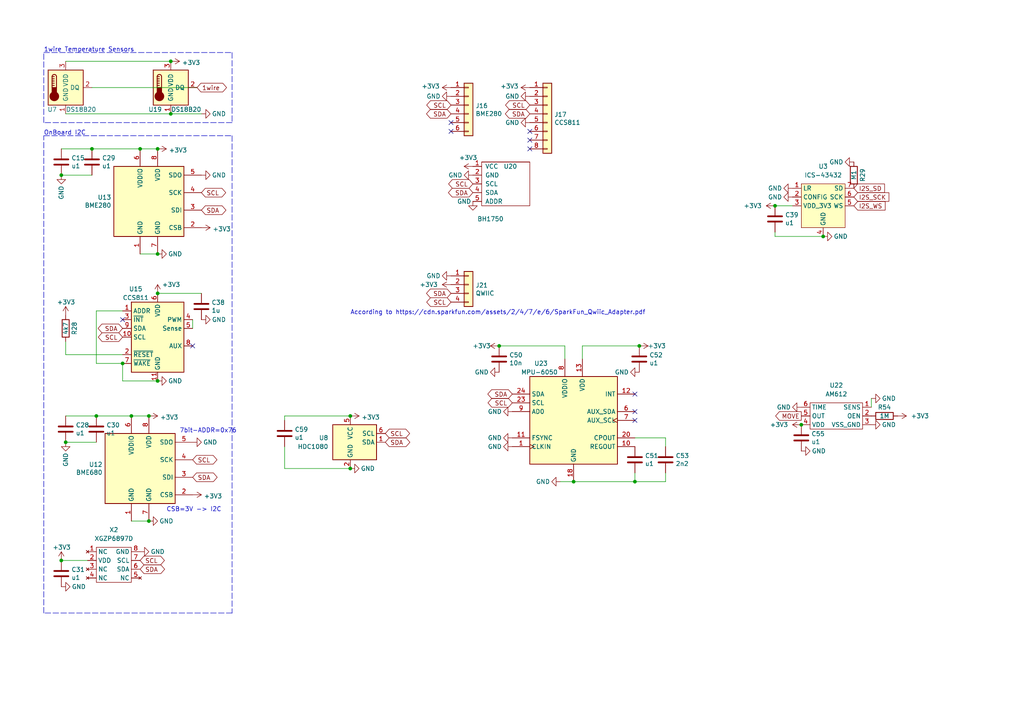
<source format=kicad_sch>
(kicad_sch (version 20211123) (generator eeschema)
  (paper "A4")
  (lib_symbols
    (symbol "Connector_Generic:Conn_01x04" (pin_names (offset 1.016) hide)
      (property "Reference" "J" (at 0 5.08 0))
      (property "Value" "Conn_01x04" (at 0 -7.62 0))
      (symbol "Conn_01x04_1_1"
        (rectangle (start -1.27 -4.953) (end 0 -5.207) (stroke (width 0.1524)))
        (rectangle (start -1.27 -2.413) (end 0 -2.667) (stroke (width 0.1524)))
        (rectangle (start -1.27 0.127) (end 0 -0.127) (stroke (width 0.1524)))
        (rectangle (start -1.27 2.667) (end 0 2.413) (stroke (width 0.1524)))
        (rectangle (start -1.27 3.81) (end 1.27 -6.35) (stroke (width 0.254)) (fill (type background)))
        (pin passive line (at -5.08 2.54 0) (length 3.81) (name "Pin_1") (number "1"))
        (pin passive line (at -5.08 0 0) (length 3.81) (name "Pin_2") (number "2"))
        (pin passive line (at -5.08 -2.54 0) (length 3.81) (name "Pin_3") (number "3"))
        (pin passive line (at -5.08 -5.08 0) (length 3.81) (name "Pin_4") (number "4"))
      )
    )
    (symbol "Connector_Generic:Conn_01x06" (pin_names (offset 1.016) hide)
      (property "Reference" "J" (at 0 7.62 0))
      (property "Value" "Conn_01x06" (at 0 -10.16 0))
      (symbol "Conn_01x06_1_1"
        (rectangle (start -1.27 -7.493) (end 0 -7.747) (stroke (width 0.1524)))
        (rectangle (start -1.27 -4.953) (end 0 -5.207) (stroke (width 0.1524)))
        (rectangle (start -1.27 -2.413) (end 0 -2.667) (stroke (width 0.1524)))
        (rectangle (start -1.27 0.127) (end 0 -0.127) (stroke (width 0.1524)))
        (rectangle (start -1.27 2.667) (end 0 2.413) (stroke (width 0.1524)))
        (rectangle (start -1.27 5.207) (end 0 4.953) (stroke (width 0.1524)))
        (rectangle (start -1.27 6.35) (end 1.27 -8.89) (stroke (width 0.254)) (fill (type background)))
        (pin passive line (at -5.08 5.08 0) (length 3.81) (name "Pin_1") (number "1"))
        (pin passive line (at -5.08 2.54 0) (length 3.81) (name "Pin_2") (number "2"))
        (pin passive line (at -5.08 0 0) (length 3.81) (name "Pin_3") (number "3"))
        (pin passive line (at -5.08 -2.54 0) (length 3.81) (name "Pin_4") (number "4"))
        (pin passive line (at -5.08 -5.08 0) (length 3.81) (name "Pin_5") (number "5"))
        (pin passive line (at -5.08 -7.62 0) (length 3.81) (name "Pin_6") (number "6"))
      )
    )
    (symbol "Connector_Generic:Conn_01x08" (pin_names (offset 1.016) hide)
      (property "Reference" "J" (at 0 10.16 0))
      (property "Value" "Conn_01x08" (at 0 -12.7 0))
      (symbol "Conn_01x08_1_1"
        (rectangle (start -1.27 -10.033) (end 0 -10.287) (stroke (width 0.1524)))
        (rectangle (start -1.27 -7.493) (end 0 -7.747) (stroke (width 0.1524)))
        (rectangle (start -1.27 -4.953) (end 0 -5.207) (stroke (width 0.1524)))
        (rectangle (start -1.27 -2.413) (end 0 -2.667) (stroke (width 0.1524)))
        (rectangle (start -1.27 0.127) (end 0 -0.127) (stroke (width 0.1524)))
        (rectangle (start -1.27 2.667) (end 0 2.413) (stroke (width 0.1524)))
        (rectangle (start -1.27 5.207) (end 0 4.953) (stroke (width 0.1524)))
        (rectangle (start -1.27 7.747) (end 0 7.493) (stroke (width 0.1524)))
        (rectangle (start -1.27 8.89) (end 1.27 -11.43) (stroke (width 0.254)) (fill (type background)))
        (pin passive line (at -5.08 7.62 0) (length 3.81) (name "Pin_1") (number "1"))
        (pin passive line (at -5.08 5.08 0) (length 3.81) (name "Pin_2") (number "2"))
        (pin passive line (at -5.08 2.54 0) (length 3.81) (name "Pin_3") (number "3"))
        (pin passive line (at -5.08 0 0) (length 3.81) (name "Pin_4") (number "4"))
        (pin passive line (at -5.08 -2.54 0) (length 3.81) (name "Pin_5") (number "5"))
        (pin passive line (at -5.08 -5.08 0) (length 3.81) (name "Pin_6") (number "6"))
        (pin passive line (at -5.08 -7.62 0) (length 3.81) (name "Pin_7") (number "7"))
        (pin passive line (at -5.08 -10.16 0) (length 3.81) (name "Pin_8") (number "8"))
      )
    )
    (symbol "Device:C" (pin_numbers hide) (pin_names (offset 0.254))
      (property "Reference" "C" (at 0.635 2.54 0))
      (property "Value" "C" (at 0.635 -2.54 0))
      (symbol "C_0_1"
        (polyline (pts (xy -2.032 -0.762) (xy 2.032 -0.762)) (stroke (width 0.508)))
        (polyline (pts (xy -2.032 0.762) (xy 2.032 0.762)) (stroke (width 0.508)))
      )
      (symbol "C_1_1"
        (pin passive line (at 0 3.81 270) (length 2.794) (name "~") (number "1"))
        (pin passive line (at 0 -3.81 90) (length 2.794) (name "~") (number "2"))
      )
    )
    (symbol "Device:R" (pin_numbers hide) (pin_names (offset 0))
      (property "Reference" "R" (at 2.032 0 90))
      (property "Value" "R" (at 0 0 90))
      (symbol "R_0_1"
        (rectangle (start -1.016 -2.54) (end 1.016 2.54) (stroke (width 0.254)))
      )
      (symbol "R_1_1"
        (pin passive line (at 0 3.81 270) (length 1.27) (name "~") (number "1"))
        (pin passive line (at 0 -3.81 90) (length 1.27) (name "~") (number "2"))
      )
    )
    (symbol "Sensor:BME280"
      (property "Reference" "U" (at -8.89 11.43 0))
      (property "Value" "BME280" (at 7.62 11.43 0))
      (symbol "BME280_0_1"
        (rectangle (start -10.16 10.16) (end 10.16 -10.16) (stroke (width 0.254)) (fill (type background)))
      )
      (symbol "BME280_1_1"
        (pin power_in line (at -2.54 -15.24 90) (length 5.08) (name "GND") (number "1"))
        (pin input line (at 15.24 -7.62 180) (length 5.08) (name "CSB") (number "2"))
        (pin bidirectional line (at 15.24 -2.54 180) (length 5.08) (name "SDI") (number "3"))
        (pin input line (at 15.24 2.54 180) (length 5.08) (name "SCK") (number "4"))
        (pin bidirectional line (at 15.24 7.62 180) (length 5.08) (name "SDO") (number "5"))
        (pin power_in line (at -2.54 15.24 270) (length 5.08) (name "VDDIO") (number "6"))
        (pin power_in line (at 2.54 -15.24 90) (length 5.08) (name "GND") (number "7"))
        (pin power_in line (at 2.54 15.24 270) (length 5.08) (name "VDD") (number "8"))
      )
    )
    (symbol "Sensor:BME680"
      (property "Reference" "U" (at -8.89 11.43 0))
      (property "Value" "BME680" (at 7.62 11.43 0))
      (symbol "BME680_0_1"
        (rectangle (start -10.16 10.16) (end 10.16 -10.16) (stroke (width 0.254)) (fill (type background)))
      )
      (symbol "BME680_1_1"
        (pin power_in line (at -2.54 -15.24 90) (length 5.08) (name "GND") (number "1"))
        (pin input line (at 15.24 -7.62 180) (length 5.08) (name "CSB") (number "2"))
        (pin bidirectional line (at 15.24 -2.54 180) (length 5.08) (name "SDI") (number "3"))
        (pin input line (at 15.24 2.54 180) (length 5.08) (name "SCK") (number "4"))
        (pin bidirectional line (at 15.24 7.62 180) (length 5.08) (name "SDO") (number "5"))
        (pin power_in line (at -2.54 15.24 270) (length 5.08) (name "VDDIO") (number "6"))
        (pin power_in line (at 2.54 -15.24 90) (length 5.08) (name "GND") (number "7"))
        (pin power_in line (at 2.54 15.24 270) (length 5.08) (name "VDD") (number "8"))
      )
    )
    (symbol "Sensor_Gas:CCS811"
      (property "Reference" "U" (at -8.89 13.97 0))
      (property "Value" "CCS811" (at -6.35 11.43 0))
      (symbol "CCS811_0_1"
        (rectangle (start -7.62 10.16) (end 7.62 -10.16) (stroke (width 0.254)) (fill (type background)))
      )
      (symbol "CCS811_1_1"
        (pin input line (at -10.16 7.62 0) (length 2.54) (name "ADDR") (number "1"))
        (pin input line (at -10.16 0 0) (length 2.54) (name "SCL") (number "10"))
        (pin power_in line (at 0 -12.7 90) (length 2.54) (name "GND") (number "11"))
        (pin input line (at -10.16 -5.08 0) (length 2.54) (name "~{RESET}") (number "2"))
        (pin output line (at -10.16 5.08 0) (length 2.54) (name "~{INT}") (number "3"))
        (pin output line (at 10.16 5.08 180) (length 2.54) (name "PWM") (number "4"))
        (pin bidirectional line (at 10.16 2.54 180) (length 2.54) (name "Sense") (number "5"))
        (pin power_in line (at 0 12.7 270) (length 2.54) (name "VDD") (number "6"))
        (pin input line (at -10.16 -7.62 0) (length 2.54) (name "~{WAKE}") (number "7"))
        (pin input line (at 10.16 -2.54 180) (length 2.54) (name "AUX") (number "8"))
        (pin bidirectional line (at -10.16 2.54 0) (length 2.54) (name "SDA") (number "9"))
      )
    )
    (symbol "Sensor_Humidity:HDC1080"
      (property "Reference" "U" (at -6.35 6.35 0))
      (property "Value" "HDC1080" (at 3.81 6.35 0))
      (symbol "HDC1080_0_1"
        (rectangle (start -7.62 5.08) (end 5.08 -5.08) (stroke (width 0.254)) (fill (type background)))
      )
      (symbol "HDC1080_1_1"
        (pin bidirectional line (at 7.62 0 180) (length 2.54) (name "SDA") (number "1"))
        (pin power_in line (at -2.54 -7.62 90) (length 2.54) (name "GND") (number "2"))
        (pin no_connect line (at -7.62 0 0) (length 2.54) hide (name "NC") (number "3"))
        (pin no_connect line (at -7.62 -2.54 0) (length 2.54) hide (name "NC") (number "4"))
        (pin power_in line (at -2.54 7.62 270) (length 2.54) (name "VCC") (number "5"))
        (pin input line (at 7.62 2.54 180) (length 2.54) (name "SCL") (number "6"))
        (pin no_connect line (at -7.62 2.54 0) (length 2.54) hide (name "DAP") (number "7"))
      )
    )
    (symbol "Sensor_Motion:MPU-6050"
      (property "Reference" "U" (at -11.43 13.97 0))
      (property "Value" "MPU-6050" (at 7.62 -13.97 0))
      (symbol "MPU-6050_0_1"
        (rectangle (start -12.7 12.7) (end 12.7 -12.7) (stroke (width 0.254)) (fill (type background)))
      )
      (symbol "MPU-6050_1_1"
        (pin input clock (at -17.78 -7.62 0) (length 5.08) (name "CLKIN") (number "1"))
        (pin passive line (at 17.78 -7.62 180) (length 5.08) (name "REGOUT") (number "10"))
        (pin input line (at -17.78 -5.08 0) (length 5.08) (name "FSYNC") (number "11"))
        (pin output line (at 17.78 7.62 180) (length 5.08) (name "INT") (number "12"))
        (pin power_in line (at 2.54 17.78 270) (length 5.08) (name "VDD") (number "13"))
        (pin power_in line (at 0 -17.78 90) (length 5.08) (name "GND") (number "18"))
        (pin passive line (at 17.78 -5.08 180) (length 5.08) (name "CPOUT") (number "20"))
        (pin input line (at -17.78 5.08 0) (length 5.08) (name "SCL") (number "23"))
        (pin bidirectional line (at -17.78 7.62 0) (length 5.08) (name "SDA") (number "24"))
        (pin bidirectional line (at 17.78 2.54 180) (length 5.08) (name "AUX_SDA") (number "6"))
        (pin output clock (at 17.78 0 180) (length 5.08) (name "AUX_SCL") (number "7"))
        (pin power_in line (at -2.54 17.78 270) (length 5.08) (name "VDDIO") (number "8"))
        (pin input line (at -17.78 2.54 0) (length 5.08) (name "AD0") (number "9"))
      )
    )
    (symbol "Sensor_Temperature:DS18B20" (pin_names (offset 1.016))
      (property "Reference" "U" (at -3.81 6.35 0))
      (property "Value" "DS18B20" (at 6.35 6.35 0))
      (symbol "DS18B20_0_1"
        (rectangle (start -5.08 5.08) (end 5.08 -5.08) (stroke (width 0.254)) (fill (type background)))
        (circle (center -3.302 -2.54) (radius 1.27) (stroke (width 0.254)) (fill (type outline)))
        (rectangle (start -2.667 -1.905) (end -3.937 0) (stroke (width 0.254)) (fill (type outline)))
        (arc (start -2.667 3.175) (mid -3.302 3.81) (end -3.937 3.175) (stroke (width 0.254)))
        (polyline (pts (xy -3.937 0.635) (xy -3.302 0.635)) (stroke (width 0.254)))
        (polyline (pts (xy -3.937 1.27) (xy -3.302 1.27)) (stroke (width 0.254)))
        (polyline (pts (xy -3.937 1.905) (xy -3.302 1.905)) (stroke (width 0.254)))
        (polyline (pts (xy -3.937 2.54) (xy -3.302 2.54)) (stroke (width 0.254)))
        (polyline (pts (xy -3.937 3.175) (xy -3.937 0)) (stroke (width 0.254)))
        (polyline (pts (xy -3.937 3.175) (xy -3.302 3.175)) (stroke (width 0.254)))
        (polyline (pts (xy -2.667 3.175) (xy -2.667 0)) (stroke (width 0.254)))
      )
      (symbol "DS18B20_1_1"
        (pin power_in line (at 0 -7.62 90) (length 2.54) (name "GND") (number "1"))
        (pin bidirectional line (at 7.62 0 180) (length 2.54) (name "DQ") (number "2"))
        (pin power_in line (at 0 7.62 270) (length 2.54) (name "VDD") (number "3"))
      )
    )
    (symbol "liebler_MODULES:XGZP6897D"
      (property "Reference" "X" (at 0 10.16 0))
      (property "Value" "XGZP6897D" (at 0 7.62 0))
      (symbol "XGZP6897D_0_1"
        (rectangle (start -5.08 5.08) (end 5.08 -5.08))
      )
      (symbol "XGZP6897D_1_1"
        (pin no_connect line (at -7.62 3.81 0) (length 2.54) (name "NC") (number "1"))
        (pin power_in line (at -7.62 1.27 0) (length 2.54) (name "VDD") (number "2"))
        (pin no_connect line (at -7.62 -1.27 0) (length 2.54) (name "NC") (number "3"))
        (pin no_connect line (at -7.62 -3.81 0) (length 2.54) (name "NC") (number "4"))
        (pin no_connect line (at 7.62 -3.81 180) (length 2.54) (name "NC") (number "5"))
        (pin bidirectional line (at 7.62 -1.27 180) (length 2.54) (name "SDA") (number "6"))
        (pin bidirectional line (at 7.62 1.27 180) (length 2.54) (name "SCL") (number "7"))
        (pin power_in line (at 7.62 3.81 180) (length 2.54) (name "GND") (number "8"))
      )
    )
    (symbol "liebler_SEMICONDUCTORS:AM612"
      (property "Reference" "U" (at 0 7.62 0))
      (property "Value" "AM612" (at 0 5.08 0))
      (symbol "AM612_0_1"
        (rectangle (start -7.62 3.81) (end 7.62 -3.81))
      )
      (symbol "AM612_1_1"
        (pin input line (at 10.16 2.54 180) (length 2.54) (name "SENS") (number "1"))
        (pin input line (at 10.16 0 180) (length 2.54) (name "OEN") (number "2"))
        (pin power_in line (at 10.16 -2.54 180) (length 2.54) (name "VSS_GND") (number "3"))
        (pin power_in line (at -10.16 -2.54 0) (length 2.54) (name "VDD") (number "4"))
        (pin output line (at -10.16 0 0) (length 2.54) (name "OUT") (number "5"))
        (pin input line (at -10.16 2.54 0) (length 2.54) (name "TIME") (number "6"))
      )
    )
    (symbol "liebler_SEMICONDUCTORS:ICS-43432"
      (property "Reference" "U" (at 0 6.35 0))
      (property "Value" "ICS-43432" (at 0 3.81 0))
      (symbol "ICS-43432_0_1"
        (rectangle (start -6.35 2.54) (end 6.35 -10.16) (fill (type background)))
      )
      (symbol "ICS-43432_1_1"
        (pin input line (at -8.89 1.27 0) (length 2.54) (name "LR") (number "1"))
        (pin input line (at -8.89 -1.27 0) (length 2.54) (name "CONFIG") (number "2"))
        (pin power_in line (at -8.89 -3.81 0) (length 2.54) (name "VDD_3V3") (number "3"))
        (pin power_in line (at 0 -12.7 90) (length 2.54) (name "GND") (number "4"))
        (pin input line (at 8.89 -3.81 180) (length 2.54) (name "WS") (number "5"))
        (pin input line (at 8.89 -1.27 180) (length 2.54) (name "SCK") (number "6"))
        (pin output line (at 8.89 1.27 180) (length 2.54) (name "SD") (number "7"))
      )
    )
    (symbol "power:+3V3" (power) (pin_names (offset 0))
      (property "Value" "+3V3" (at 0 3.556 0))
      (symbol "+3V3_0_1"
        (polyline (pts (xy -0.762 1.27) (xy 0 2.54)))
        (polyline (pts (xy 0 0) (xy 0 2.54)))
        (polyline (pts (xy 0 2.54) (xy 0.762 1.27)))
      )
      (symbol "+3V3_1_1"
        (pin power_in line (at 0 0 90) (length 0) hide (name "+3V3") (number "1"))
      )
    )
    (symbol "power:GND" (power) (pin_names (offset 0))
      (property "Value" "GND" (at 0 -3.81 0))
      (symbol "GND_0_1"
        (polyline (pts (xy 0 0) (xy 0 -1.27) (xy 1.27 -1.27) (xy 0 -2.54) (xy -1.27 -1.27) (xy 0 -1.27)))
      )
      (symbol "GND_1_1"
        (pin power_in line (at 0 0 270) (length 0) hide (name "GND") (number "1"))
      )
    )
    (symbol "smopla:GY-302" (pin_names (offset 1.016))
      (property "Reference" "U" (at 0 -1.27 0))
      (property "Value" "smopla_GY-302" (at 0 1.27 0))
      (symbol "GY-302_0_1"
        (rectangle (start -6.35 6.35) (end 7.62 6.35))
        (rectangle (start 7.62 6.35) (end -6.35 -6.35))
      )
      (symbol "GY-302_1_1"
        (pin power_in line (at -8.89 5.08 0) (length 2.54) (name "VCC") (number "1"))
        (pin power_in line (at -8.89 2.54 0) (length 2.54) (name "GND") (number "2"))
        (pin bidirectional line (at -8.89 0 0) (length 2.54) (name "SCL") (number "3"))
        (pin bidirectional line (at -8.89 -2.54 0) (length 2.54) (name "SDA") (number "4"))
        (pin input line (at -8.89 -5.08 0) (length 2.54) (name "ADDR") (number "5"))
      )
    )
  )
  (junction (at 144.78 100.33))
  (junction (at 40.64 43.18))
  (junction (at 49.53 33.02))
  (junction (at 238.76 68.58))
  (junction (at 17.78 50.8))
  (junction (at 101.6 135.89))
  (junction (at 45.72 110.49))
  (junction (at 19.05 128.27))
  (junction (at 166.37 139.7))
  (junction (at 27.94 120.65))
  (junction (at 101.6 120.65))
  (junction (at 232.41 123.19))
  (junction (at 35.56 105.41))
  (junction (at 185.42 100.33))
  (junction (at 45.72 85.09))
  (junction (at 184.15 139.7))
  (junction (at 45.72 73.66))
  (junction (at 26.67 43.18))
  (junction (at 224.79 59.69))
  (junction (at 45.72 43.18))
  (junction (at 43.18 151.13))
  (junction (at 49.53 17.78))
  (junction (at 43.18 120.65))
  (junction (at 38.1 120.65))
  (junction (at 17.78 162.56))
  (no_connect (at 153.67 43.18))
  (no_connect (at 35.56 92.71))
  (no_connect (at 130.81 35.56))
  (no_connect (at 153.67 38.1))
  (no_connect (at 153.67 40.64))
  (no_connect (at 184.15 121.92))
  (no_connect (at 184.15 119.38))
  (no_connect (at 184.15 114.3))
  (no_connect (at 55.88 100.33))
  (no_connect (at 130.81 38.1))
  (wire (pts (xy 184.15 139.7) (xy 184.15 137.16)))
  (wire (pts (xy 35.56 105.41) (xy 27.94 105.41)))
  (wire (pts (xy 162.56 139.7) (xy 166.37 139.7)))
  (wire (pts (xy 35.56 110.49) (xy 45.72 110.49)))
  (wire (pts (xy 82.55 121.92) (xy 82.55 120.65)))
  (polyline (pts (xy 12.7 177.8) (xy 12.7 39.37)))
  (wire (pts (xy 58.42 33.02) (xy 49.53 33.02)))
  (polyline (pts (xy 12.7 35.56) (xy 12.7 15.24)))
  (wire (pts (xy 82.55 120.65) (xy 101.6 120.65)))
  (wire (pts (xy 19.05 33.02) (xy 49.53 33.02)))
  (wire (pts (xy 17.78 50.8) (xy 26.67 50.8)))
  (wire (pts (xy 19.05 102.87) (xy 19.05 99.06)))
  (polyline (pts (xy 67.31 15.24) (xy 67.31 35.56)))
  (wire (pts (xy 35.56 105.41) (xy 35.56 110.49)))
  (wire (pts (xy 82.55 135.89) (xy 101.6 135.89)))
  (wire (pts (xy 55.88 95.25) (xy 55.88 92.71)))
  (wire (pts (xy 58.42 85.09) (xy 45.72 85.09)))
  (wire (pts (xy 168.91 100.33) (xy 185.42 100.33)))
  (wire (pts (xy 27.94 90.17) (xy 35.56 90.17)))
  (polyline (pts (xy 67.31 177.8) (xy 12.7 177.8)))
  (polyline (pts (xy 12.7 39.37) (xy 67.31 39.37)))
  (wire (pts (xy 43.18 120.65) (xy 38.1 120.65)))
  (wire (pts (xy 163.83 104.14) (xy 163.83 100.33)))
  (wire (pts (xy 184.15 139.7) (xy 193.04 139.7)))
  (wire (pts (xy 193.04 137.16) (xy 193.04 139.7)))
  (wire (pts (xy 82.55 129.54) (xy 82.55 135.89)))
  (wire (pts (xy 40.64 43.18) (xy 26.67 43.18)))
  (wire (pts (xy 17.78 162.56) (xy 25.4 162.56)))
  (wire (pts (xy 38.1 120.65) (xy 27.94 120.65)))
  (wire (pts (xy 166.37 139.7) (xy 184.15 139.7)))
  (wire (pts (xy 19.05 102.87) (xy 35.56 102.87)))
  (polyline (pts (xy 12.7 15.24) (xy 67.31 15.24)))
  (wire (pts (xy 193.04 127) (xy 193.04 129.54)))
  (wire (pts (xy 224.79 68.58) (xy 238.76 68.58)))
  (polyline (pts (xy 67.31 35.56) (xy 12.7 35.56)))
  (wire (pts (xy 38.1 151.13) (xy 43.18 151.13)))
  (wire (pts (xy 19.05 17.78) (xy 49.53 17.78)))
  (wire (pts (xy 224.79 59.69) (xy 229.87 59.69)))
  (wire (pts (xy 45.72 43.18) (xy 40.64 43.18)))
  (wire (pts (xy 27.94 120.65) (xy 19.05 120.65)))
  (polyline (pts (xy 67.31 39.37) (xy 67.31 177.8)))
  (wire (pts (xy 224.79 67.31) (xy 224.79 68.58)))
  (wire (pts (xy 26.67 25.4) (xy 57.15 25.4)))
  (wire (pts (xy 168.91 100.33) (xy 168.91 104.14)))
  (wire (pts (xy 184.15 127) (xy 193.04 127)))
  (wire (pts (xy 27.94 128.27) (xy 19.05 128.27)))
  (wire (pts (xy 27.94 105.41) (xy 27.94 90.17)))
  (wire (pts (xy 252.73 115.57) (xy 252.73 118.11)))
  (wire (pts (xy 26.67 43.18) (xy 17.78 43.18)))
  (wire (pts (xy 144.78 100.33) (xy 163.83 100.33)))
  (wire (pts (xy 40.64 73.66) (xy 45.72 73.66)))
  (text "CSB=3V -> I2C" (at 48.26 148.59 0) (effects (font (size 1.27 1.27)) (justify left bottom)))
  (text "According to https://cdn.sparkfun.com/assets/2/4/7/e/6/SparkFun_Qwiic_Adapter.pdf" (at 101.6 91.44 0) (effects (font (size 1.27 1.27)) (justify left bottom)))
  (text "7bit-ADDR=0x76" (at 52.07 125.73 0) (effects (font (size 1.27 1.27)) (justify left bottom)))
  (text "1wire Temperature Sensors" (at 12.7 15.24 0) (effects (font (size 1.27 1.27)) (justify left bottom)))
  (text "OnBoard I2C" (at 12.7 39.37 0) (effects (font (size 1.27 1.27)) (justify left bottom)))
  (global_label "I2S_SD" (shape input) (at 247.65 54.61 0) (property "Intersheet References" "${INTERSHEET_REFS}" (effects hide)))
  (global_label "SDA" (shape bidirectional) (at 111.76 128.27 0) (property "Intersheet References" "${INTERSHEET_REFS}" (effects hide)))
  (global_label "SDA" (shape bidirectional) (at 137.16 55.88 180) (property "Intersheet References" "${INTERSHEET_REFS}" (effects hide)))
  (global_label "MOVE" (shape output) (at 232.41 120.65 180) (property "Intersheet References" "${INTERSHEET_REFS}" (effects hide)))
  (global_label "SDA" (shape bidirectional) (at 35.56 95.25 180) (property "Intersheet References" "${INTERSHEET_REFS}" (effects hide)))
  (global_label "I2S_SCK" (shape input) (at 247.65 57.15 0) (property "Intersheet References" "${INTERSHEET_REFS}" (effects hide)))
  (global_label "SDA" (shape bidirectional) (at 58.42 60.96 0) (property "Intersheet References" "${INTERSHEET_REFS}" (effects hide)))
  (global_label "SCL" (shape bidirectional) (at 55.88 133.35 0) (property "Intersheet References" "${INTERSHEET_REFS}" (effects hide)))
  (global_label "SDA" (shape bidirectional) (at 148.59 114.3 180) (property "Intersheet References" "${INTERSHEET_REFS}" (effects hide)))
  (global_label "SCL" (shape bidirectional) (at 153.67 30.48 180) (property "Intersheet References" "${INTERSHEET_REFS}" (effects hide)))
  (global_label "SCL" (shape bidirectional) (at 58.42 55.88 0) (property "Intersheet References" "${INTERSHEET_REFS}" (effects hide)))
  (global_label "SDA" (shape bidirectional) (at 130.81 33.02 180) (property "Intersheet References" "${INTERSHEET_REFS}" (effects hide)))
  (global_label "1wire" (shape bidirectional) (at 57.15 25.4 0) (property "Intersheet References" "${INTERSHEET_REFS}" (effects hide)))
  (global_label "SDA" (shape bidirectional) (at 153.67 33.02 180) (property "Intersheet References" "${INTERSHEET_REFS}" (effects hide)))
  (global_label "SCL" (shape bidirectional) (at 130.81 30.48 180) (property "Intersheet References" "${INTERSHEET_REFS}" (effects hide)))
  (global_label "SCL" (shape bidirectional) (at 40.64 162.56 0) (property "Intersheet References" "${INTERSHEET_REFS}" (effects hide)))
  (global_label "SCL" (shape bidirectional) (at 111.76 125.73 0) (property "Intersheet References" "${INTERSHEET_REFS}" (effects hide)))
  (global_label "SCL" (shape bidirectional) (at 130.81 87.63 180) (property "Intersheet References" "${INTERSHEET_REFS}" (effects hide)))
  (global_label "SCL" (shape bidirectional) (at 137.16 53.34 180) (property "Intersheet References" "${INTERSHEET_REFS}" (effects hide)))
  (global_label "SCL" (shape bidirectional) (at 35.56 97.79 180) (property "Intersheet References" "${INTERSHEET_REFS}" (effects hide)))
  (global_label "SDA" (shape bidirectional) (at 130.81 85.09 180) (property "Intersheet References" "${INTERSHEET_REFS}" (effects hide)))
  (global_label "SCL" (shape bidirectional) (at 148.59 116.84 180) (property "Intersheet References" "${INTERSHEET_REFS}" (effects hide)))
  (global_label "SDA" (shape bidirectional) (at 55.88 138.43 0) (property "Intersheet References" "${INTERSHEET_REFS}" (effects hide)))
  (global_label "SDA" (shape bidirectional) (at 40.64 165.1 0) (property "Intersheet References" "${INTERSHEET_REFS}" (effects hide)))
  (global_label "I2S_WS" (shape input) (at 247.65 59.69 0) (property "Intersheet References" "${INTERSHEET_REFS}" (effects hide)))
  (symbol (lib_id "Connector_Generic:Conn_01x04") (at 135.89 82.55 0) (unit 1)
    (property "Reference" "J21" (at 137.922 82.7532 0) (effects (justify left)))
    (property "Value" "QWIIC" (at 137.922 85.0646 0) (effects (justify left)))
    (property "Footprint" "Connector_JST:JST_SH_SM04B-SRSS-TB_1x04-1MP_P1.00mm_Horizontal" (effects hide))
  )
  (symbol (lib_id "power:+3V3") (at 130.81 82.55 90) (unit 1)
    (property "Reference" "#PWR054" (effects hide))
    (property "Value" "+3V3" (at 127 82.55 90) (effects (justify left)))
  )
  (symbol (lib_id "power:GND") (at 130.81 80.01 270) (unit 1)
    (property "Reference" "#PWR053" (effects hide))
    (property "Value" "GND" (at 125.73 80.01 90))
  )
  (symbol (lib_id "Sensor:BME680") (at 40.64 135.89 0) (unit 1)
    (property "Reference" "U12" (at 29.7434 134.7216 0) (effects (justify right)))
    (property "Value" "BME680" (at 29.7434 137.033 0) (effects (justify right)))
    (property "Footprint" "Package_LGA:Bosch_LGA-8_3x3mm_P0.8mm_ClockwisePinNumbering" (effects hide))
    (property "Datasheet" "https://ae-bst.resource.bosch.com/media/_tech/media/datasheets/BST-BME680-DS001.pdf" (effects hide))
    (property "Option" "BME680" (effects hide))
  )
  (symbol (lib_id "Sensor_Temperature:DS18B20") (at 19.05 25.4 0) (unit 1)
    (property "Reference" "U7" (at 16.51 31.75 0) (effects (justify right)))
    (property "Value" "DS18B20" (at 27.94 31.75 0) (effects (justify right)))
    (property "Footprint" "Package_TO_SOT_THT:TO-92_HandSolder" (effects hide))
    (property "Datasheet" "http://datasheets.maximintegrated.com/en/ds/DS18B20.pdf" (effects hide))
  )
  (symbol (lib_id "Sensor_Temperature:DS18B20") (at 49.53 25.4 0) (unit 1)
    (property "Reference" "U19" (at 46.99 31.75 0) (effects (justify right)))
    (property "Value" "DS18B20" (at 58.42 31.75 0) (effects (justify right)))
    (property "Footprint" "Package_TO_SOT_THT:TO-92_HandSolder" (effects hide))
    (property "Datasheet" "http://datasheets.maximintegrated.com/en/ds/DS18B20.pdf" (effects hide))
  )
  (symbol (lib_id "power:GND") (at 58.42 33.02 90) (unit 1)
    (property "Reference" "#PWR035" (effects hide))
    (property "Value" "GND" (at 63.5 33.02 90))
  )
  (symbol (lib_id "power:+3V3") (at 49.53 17.78 270) (unit 1)
    (property "Reference" "#PWR017" (effects hide))
    (property "Value" "+3V3" (at 52.7812 18.161 90) (effects (justify left)))
  )
  (symbol (lib_id "power:GND") (at 252.73 123.19 90) (unit 1)
    (property "Reference" "#PWR049" (effects hide))
    (property "Value" "GND" (at 257.81 123.19 90))
  )
  (symbol (lib_id "power:+3V3") (at 232.41 123.19 90) (unit 1)
    (property "Reference" "#PWR050" (effects hide))
    (property "Value" "+3V3" (at 228.6 123.19 90) (effects (justify left)))
  )
  (symbol (lib_id "Device:C") (at 27.94 124.46 180) (unit 1)
    (property "Reference" "C30" (at 30.861 123.2916 0) (effects (justify right)))
    (property "Value" "u1" (at 30.861 125.603 0) (effects (justify right)))
    (property "Footprint" "Capacitor_SMD:C_0603_1608Metric" (effects hide))
    (property "Option" "BME680" (effects hide))
  )
  (symbol (lib_id "power:+3V3") (at 43.18 120.65 270) (unit 1)
    (property "Reference" "#PWR09" (effects hide))
    (property "Value" "+3V3" (at 46.4312 121.031 90) (effects (justify left)))
  )
  (symbol (lib_id "power:GND") (at 43.18 151.13 90) (unit 1)
    (property "Reference" "#PWR010" (effects hide))
    (property "Value" "GND" (at 48.26 151.13 90))
  )
  (symbol (lib_id "power:+3V3") (at 55.88 143.51 270) (unit 1)
    (property "Reference" "#PWR030" (effects hide))
    (property "Value" "+3V3" (at 59.1312 143.891 90) (effects (justify left)))
  )
  (symbol (lib_id "Device:C") (at 19.05 124.46 180) (unit 1)
    (property "Reference" "C28" (at 21.971 123.2916 0) (effects (justify right)))
    (property "Value" "u1" (at 21.971 125.603 0) (effects (justify right)))
    (property "Footprint" "Capacitor_SMD:C_0603_1608Metric" (effects hide))
    (property "Option" "BME680" (effects hide))
  )
  (symbol (lib_id "power:GND") (at 19.05 128.27 0) (unit 1)
    (property "Reference" "#PWR08" (effects hide))
    (property "Value" "GND" (at 19.05 133.35 90))
  )
  (symbol (lib_id "power:GND") (at 55.88 128.27 90) (unit 1)
    (property "Reference" "#PWR019" (effects hide))
    (property "Value" "GND" (at 60.96 128.27 90))
  )
  (symbol (lib_id "Device:C") (at 17.78 166.37 180) (unit 1)
    (property "Reference" "C31" (at 20.701 165.2016 0) (effects (justify right)))
    (property "Value" "u1" (at 20.701 167.513 0) (effects (justify right)))
    (property "Footprint" "Capacitor_SMD:C_0603_1608Metric" (effects hide))
    (property "Option" "MS4525DO" (effects hide))
  )
  (symbol (lib_id "smopla:GY-302") (at 146.05 53.34 0) (unit 1)
    (property "Reference" "U20" (at 146.05 48.26 0) (effects (justify left)))
    (property "Value" "BH1750" (at 138.43 63.5 0) (effects (justify left)))
    (property "Footprint" "liebler_MODULES:GY-302" (effects hide))
  )
  (symbol (lib_id "power:+3V3") (at 137.16 48.26 90) (unit 1)
    (property "Reference" "#PWR041" (effects hide))
    (property "Value" "+3V3" (at 138.43 45.72 90) (effects (justify left)))
  )
  (symbol (lib_id "power:GND") (at 137.16 50.8 270) (unit 1)
    (property "Reference" "#PWR042" (effects hide))
    (property "Value" "GND" (at 132.08 50.8 90))
  )
  (symbol (lib_id "power:GND") (at 137.16 58.42 0) (unit 1)
    (property "Reference" "#PWR043" (effects hide))
    (property "Value" "GND" (at 134.62 58.42 0))
  )
  (symbol (lib_id "Sensor_Gas:CCS811") (at 45.72 97.79 0) (unit 1)
    (property "Reference" "U15" (at 39.37 83.82 0))
    (property "Value" "CCS811" (at 39.37 86.36 0))
    (property "Footprint" "liebler_SEMICONDUCTORS:AMS_LGA-10-1EP_2.7x4mm_P0.6mm" (effects hide))
    (property "Datasheet" "http://ams.com/eng/Products/Environmental-Sensors/Air-Quality-Sensors/CCS811" (effects hide))
    (property "Option" "CCS811" (effects hide))
  )
  (symbol (lib_id "Device:R") (at 19.05 95.25 180) (unit 1)
    (property "Reference" "R28" (at 21.59 95.25 90))
    (property "Value" "4k7" (at 19.05 95.25 90))
    (property "Footprint" "Resistor_SMD:R_0603_1608Metric" (effects hide))
    (property "Option" "CCS811" (effects hide))
  )
  (symbol (lib_id "power:+3V3") (at 45.72 85.09 0) (unit 1)
    (property "Reference" "#PWR013" (effects hide))
    (property "Value" "+3V3" (at 46.99 82.55 0) (effects (justify left)))
  )
  (symbol (lib_id "power:+3V3") (at 19.05 91.44 0) (unit 1)
    (property "Reference" "#PWR07" (effects hide))
    (property "Value" "+3V3" (at 16.51 87.63 0) (effects (justify left)))
  )
  (symbol (lib_id "Device:C") (at 58.42 88.9 0) (unit 1)
    (property "Reference" "C38" (at 61.341 87.7316 0) (effects (justify left)))
    (property "Value" "1u" (at 61.341 90.043 0) (effects (justify left)))
    (property "Footprint" "Capacitor_SMD:C_0603_1608Metric" (effects hide))
    (property "Option" "CCS811" (effects hide))
  )
  (symbol (lib_id "power:GND") (at 45.72 110.49 90) (unit 1)
    (property "Reference" "#PWR015" (effects hide))
    (property "Value" "GND" (at 50.8 110.49 90))
  )
  (symbol (lib_id "power:GND") (at 58.42 92.71 90) (unit 1)
    (property "Reference" "#PWR038" (effects hide))
    (property "Value" "GND" (at 63.5 92.71 90))
  )
  (symbol (lib_id "Sensor:BME280") (at 43.18 58.42 0) (unit 1)
    (property "Reference" "U13" (at 32.2834 57.2516 0) (effects (justify right)))
    (property "Value" "BME280" (at 32.2834 59.563 0) (effects (justify right)))
    (property "Footprint" "Package_LGA:Bosch_LGA-8_2.5x2.5mm_P0.65mm_ClockwisePinNumbering" (effects hide))
    (property "Datasheet" "https://ae-bst.resource.bosch.com/media/_tech/media/datasheets/BST-BME280-DS002.pdf" (effects hide))
    (property "Option" "BME280" (effects hide))
  )
  (symbol (lib_id "power:GND") (at 58.42 50.8 90) (unit 1)
    (property "Reference" "#PWR036" (effects hide))
    (property "Value" "GND" (at 63.5 50.8 90))
  )
  (symbol (lib_id "power:+3V3") (at 58.42 66.04 270) (unit 1)
    (property "Reference" "#PWR037" (effects hide))
    (property "Value" "+3V3" (at 61.6712 66.421 90) (effects (justify left)))
  )
  (symbol (lib_id "power:GND") (at 45.72 73.66 90) (unit 1)
    (property "Reference" "#PWR012" (effects hide))
    (property "Value" "GND" (at 50.8 73.66 90))
  )
  (symbol (lib_id "Device:C") (at 26.67 46.99 180) (unit 1)
    (property "Reference" "C29" (at 29.591 45.8216 0) (effects (justify right)))
    (property "Value" "u1" (at 29.591 48.133 0) (effects (justify right)))
    (property "Footprint" "Capacitor_SMD:C_0603_1608Metric" (effects hide))
    (property "Option" "BME280" (effects hide))
  )
  (symbol (lib_id "Device:C") (at 17.78 46.99 180) (unit 1)
    (property "Reference" "C15" (at 20.701 45.8216 0) (effects (justify right)))
    (property "Value" "u1" (at 20.701 48.133 0) (effects (justify right)))
    (property "Footprint" "Capacitor_SMD:C_0603_1608Metric" (effects hide))
    (property "Option" "BME280" (effects hide))
  )
  (symbol (lib_id "power:GND") (at 17.78 50.8 0) (unit 1)
    (property "Reference" "#PWR06" (effects hide))
    (property "Value" "GND" (at 17.78 55.88 90))
  )
  (symbol (lib_id "power:+3V3") (at 45.72 43.18 270) (unit 1)
    (property "Reference" "#PWR011" (effects hide))
    (property "Value" "+3V3" (at 48.9712 43.561 90) (effects (justify left)))
  )
  (symbol (lib_id "Device:C") (at 224.79 63.5 180) (unit 1)
    (property "Reference" "C39" (at 227.711 62.3316 0) (effects (justify right)))
    (property "Value" "u1" (at 227.711 64.643 0) (effects (justify right)))
    (property "Footprint" "Capacitor_SMD:C_0603_1608Metric" (effects hide))
  )
  (symbol (lib_id "power:GND") (at 238.76 68.58 90) (unit 1)
    (property "Reference" "#PWR052" (effects hide))
    (property "Value" "GND" (at 243.84 68.58 90))
  )
  (symbol (lib_id "power:GND") (at 229.87 54.61 270) (unit 1)
    (property "Reference" "#PWR047" (effects hide))
    (property "Value" "GND" (at 224.79 54.61 90))
  )
  (symbol (lib_id "power:+3V3") (at 224.79 59.69 90) (unit 1)
    (property "Reference" "#PWR051" (effects hide))
    (property "Value" "+3V3" (at 220.98 59.69 90) (effects (justify left)))
  )
  (symbol (lib_id "Device:R") (at 247.65 50.8 180) (unit 1)
    (property "Reference" "R29" (at 250.19 50.8 90))
    (property "Value" "M1" (at 247.65 50.8 90))
    (property "Footprint" "Resistor_SMD:R_0603_1608Metric" (effects hide))
  )
  (symbol (lib_id "power:GND") (at 247.65 46.99 270) (unit 1)
    (property "Reference" "#PWR048" (effects hide))
    (property "Value" "GND" (at 242.57 46.99 90))
  )
  (symbol (lib_id "Connector_Generic:Conn_01x06") (at 135.89 30.48 0) (unit 1)
    (property "Reference" "J16" (at 137.922 30.6832 0) (effects (justify left)))
    (property "Value" "BME280" (at 137.922 32.9946 0) (effects (justify left)))
    (property "Footprint" "Connector_PinSocket_2.54mm:PinSocket_1x06_P2.54mm_Vertical" (effects hide))
  )
  (symbol (lib_id "power:GND") (at 130.81 27.94 270) (unit 1)
    (property "Reference" "#PWR040" (effects hide))
    (property "Value" "GND" (at 125.73 27.94 90))
  )
  (symbol (lib_id "power:+3V3") (at 130.81 25.4 90) (unit 1)
    (property "Reference" "#PWR039" (effects hide))
    (property "Value" "+3V3" (at 127.5588 25.019 90) (effects (justify left)))
  )
  (symbol (lib_id "power:GND") (at 153.67 27.94 270) (unit 1)
    (property "Reference" "#PWR045" (effects hide))
    (property "Value" "GND" (at 148.59 27.94 90))
  )
  (symbol (lib_id "power:+3V3") (at 153.67 25.4 90) (unit 1)
    (property "Reference" "#PWR044" (effects hide))
    (property "Value" "+3V3" (at 150.4188 25.019 90) (effects (justify left)))
  )
  (symbol (lib_id "power:GND") (at 153.67 35.56 270) (unit 1)
    (property "Reference" "#PWR046" (effects hide))
    (property "Value" "GND" (at 148.59 35.56 90))
  )
  (symbol (lib_id "Connector_Generic:Conn_01x08") (at 158.75 33.02 0) (unit 1)
    (property "Reference" "J17" (at 160.782 33.2232 0) (effects (justify left)))
    (property "Value" "CCS811" (at 160.782 35.5346 0) (effects (justify left)))
    (property "Footprint" "Connector_PinSocket_2.54mm:PinSocket_1x08_P2.54mm_Vertical" (effects hide))
  )
  (symbol (lib_id "power:GND") (at 232.41 118.11 270) (unit 1)
    (property "Reference" "#PWR0178" (effects hide))
    (property "Value" "GND" (at 227.33 118.11 90))
  )
  (symbol (lib_id "liebler_SEMICONDUCTORS:ICS-43432") (at 238.76 55.88 0) (unit 1)
    (property "Reference" "U3" (at 238.76 48.26 0))
    (property "Value" "ICS-43432" (at 238.76 50.8 0))
    (property "Footprint" "liebler_SEMICONDUCTORS:MIC_ICS-43432" (effects hide))
  )
  (symbol (lib_id "Device:C") (at 82.55 125.73 180) (unit 1)
    (property "Reference" "C59" (at 85.471 124.5616 0) (effects (justify right)))
    (property "Value" "u1" (at 85.471 126.873 0) (effects (justify right)))
    (property "Footprint" "Capacitor_SMD:C_0603_1608Metric" (effects hide))
    (property "Option" "BME680" (effects hide))
  )
  (symbol (lib_id "Sensor_Motion:MPU-6050") (at 166.37 121.92 0) (unit 1)
    (property "Reference" "U23" (at 154.94 105.41 0) (effects (justify left)))
    (property "Value" "MPU-6050" (at 151.13 107.95 0) (effects (justify left)))
    (property "Footprint" "Sensor_Motion:InvenSense_QFN-24_4x4mm_P0.5mm" (effects hide))
    (property "Datasheet" "https://store.invensense.com/datasheets/invensense/MPU-6050_DataSheet_V3%204.pdf" (effects hide))
  )
  (symbol (lib_id "power:GND") (at 148.59 129.54 270) (unit 1)
    (property "Reference" "#PWR059" (effects hide))
    (property "Value" "GND" (at 143.51 129.54 90))
  )
  (symbol (lib_id "liebler_SEMICONDUCTORS:AM612") (at 242.57 120.65 0) (unit 1)
    (property "Reference" "U22" (at 242.57 111.76 0))
    (property "Value" "AM612" (at 242.57 114.3 0))
    (property "Footprint" "liebler_SEMICONDUCTORS:AM612" (effects hide))
  )
  (symbol (lib_id "Device:R") (at 256.54 120.65 270) (unit 1)
    (property "Reference" "R54" (at 256.54 118.11 90))
    (property "Value" "1M" (at 256.54 120.65 90))
    (property "Footprint" "Resistor_SMD:R_0603_1608Metric" (effects hide))
  )
  (symbol (lib_id "power:+3V3") (at 101.6 120.65 270) (unit 1)
    (property "Reference" "#PWR0110" (effects hide))
    (property "Value" "+3V3" (at 104.8512 121.031 90) (effects (justify left)))
  )
  (symbol (lib_id "power:GND") (at 148.59 127 270) (unit 1)
    (property "Reference" "#PWR058" (effects hide))
    (property "Value" "GND" (at 143.51 127 90))
  )
  (symbol (lib_id "power:GND") (at 40.64 160.02 90) (unit 1)
    (property "Reference" "#PWR067" (effects hide))
    (property "Value" "GND" (at 45.72 160.02 90))
  )
  (symbol (lib_id "power:+3V3") (at 17.78 162.56 0) (unit 1)
    (property "Reference" "#PWR065" (effects hide))
    (property "Value" "+3V3" (at 15.24 158.75 0) (effects (justify left)))
  )
  (symbol (lib_id "power:GND") (at 148.59 119.38 270) (unit 1)
    (property "Reference" "#PWR057" (effects hide))
    (property "Value" "GND" (at 143.51 119.38 90))
  )
  (symbol (lib_id "power:GND") (at 229.87 57.15 270) (unit 1)
    (property "Reference" "#PWR069" (effects hide))
    (property "Value" "GND" (at 224.79 57.15 90))
  )
  (symbol (lib_id "Device:C") (at 184.15 133.35 180) (unit 1)
    (property "Reference" "C51" (at 187.071 132.1816 0) (effects (justify right)))
    (property "Value" "u1" (at 187.071 134.493 0) (effects (justify right)))
    (property "Footprint" "Capacitor_SMD:C_0603_1608Metric" (effects hide))
    (property "Option" "BME680" (effects hide))
  )
  (symbol (lib_id "Sensor_Humidity:HDC1080") (at 104.14 128.27 0) (unit 1)
    (property "Reference" "U8" (at 95.25 126.9999 0) (effects (justify right)))
    (property "Value" "HDC1080" (at 95.25 129.5399 0) (effects (justify right)))
    (property "Footprint" "Package_SON:Texas_PWSON-N6" (effects hide))
    (property "Datasheet" "http://www.ti.com/lit/ds/symlink/hdc1080.pdf" (effects hide))
  )
  (symbol (lib_id "Device:C") (at 193.04 133.35 180) (unit 1)
    (property "Reference" "C53" (at 195.961 132.1816 0) (effects (justify right)))
    (property "Value" "2n2" (at 195.961 134.493 0) (effects (justify right)))
    (property "Footprint" "Capacitor_SMD:C_0603_1608Metric" (effects hide))
    (property "Option" "BME680" (effects hide))
  )
  (symbol (lib_id "Device:C") (at 232.41 127 180) (unit 1)
    (property "Reference" "C55" (at 235.331 125.8316 0) (effects (justify right)))
    (property "Value" "u1" (at 235.331 128.143 0) (effects (justify right)))
    (property "Footprint" "Capacitor_SMD:C_0603_1608Metric" (effects hide))
    (property "Option" "MS4525DO" (effects hide))
  )
  (symbol (lib_id "power:GND") (at 162.56 139.7 270) (unit 1)
    (property "Reference" "#PWR060" (effects hide))
    (property "Value" "GND" (at 157.48 139.7 90))
  )
  (symbol (lib_id "power:GND") (at 185.42 107.95 270) (unit 1)
    (property "Reference" "#PWR062" (effects hide))
    (property "Value" "GND" (at 180.34 107.95 90))
  )
  (symbol (lib_id "power:GND") (at 144.78 107.95 270) (unit 1)
    (property "Reference" "#PWR056" (effects hide))
    (property "Value" "GND" (at 139.7 107.95 90))
  )
  (symbol (lib_id "power:GND") (at 17.78 170.18 90) (unit 1)
    (property "Reference" "#PWR066" (effects hide))
    (property "Value" "GND" (at 22.86 170.18 90))
  )
  (symbol (lib_id "power:GND") (at 252.73 115.57 90) (unit 1)
    (property "Reference" "#PWR0179" (effects hide))
    (property "Value" "GND" (at 257.81 115.57 90))
  )
  (symbol (lib_id "power:GND") (at 101.6 135.89 90) (unit 1)
    (property "Reference" "#PWR0111" (effects hide))
    (property "Value" "GND" (at 106.68 135.89 90))
  )
  (symbol (lib_id "Device:C") (at 144.78 104.14 180) (unit 1)
    (property "Reference" "C50" (at 147.701 102.9716 0) (effects (justify right)))
    (property "Value" "10n" (at 147.701 105.283 0) (effects (justify right)))
    (property "Footprint" "Capacitor_SMD:C_0603_1608Metric" (effects hide))
    (property "Option" "BME680" (effects hide))
  )
  (symbol (lib_id "liebler_MODULES:XGZP6897D") (at 33.02 163.83 0) (unit 1)
    (property "Reference" "X2" (at 33.02 153.67 0))
    (property "Value" "XGZP6897D" (at 33.02 156.21 0))
    (property "Footprint" "liebler_MODULES:XGZP6897D" (effects hide))
  )
  (symbol (lib_id "power:+3V3") (at 260.35 120.65 270) (unit 1)
    (property "Reference" "#PWR0180" (effects hide))
    (property "Value" "+3V3" (at 264.16 120.65 90) (effects (justify left)))
  )
  (symbol (lib_id "Device:C") (at 185.42 104.14 180) (unit 1)
    (property "Reference" "C52" (at 188.341 102.9716 0) (effects (justify right)))
    (property "Value" "u1" (at 188.341 105.283 0) (effects (justify right)))
    (property "Footprint" "Capacitor_SMD:C_0603_1608Metric" (effects hide))
    (property "Option" "BME680" (effects hide))
  )
  (symbol (lib_id "power:+3V3") (at 185.42 100.33 270) (unit 1)
    (property "Reference" "#PWR061" (effects hide))
    (property "Value" "+3V3" (at 190.5 100.33 90))
  )
  (symbol (lib_id "power:+3V3") (at 144.78 100.33 90) (unit 1)
    (property "Reference" "#PWR05" (effects hide))
    (property "Value" "+3V3" (at 139.7 100.33 90))
  )
  (symbol (lib_id "power:GND") (at 232.41 130.81 90) (unit 1)
    (property "Reference" "#PWR068" (effects hide))
    (property "Value" "GND" (at 237.49 130.81 90))
  )
)
</source>
